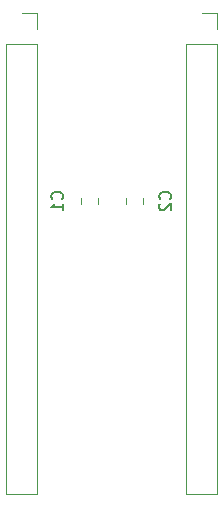
<source format=gbo>
G04 #@! TF.GenerationSoftware,KiCad,Pcbnew,5.1.7-a382d34a8~87~ubuntu18.04.1*
G04 #@! TF.CreationDate,2020-10-26T15:35:19+00:00*
G04 #@! TF.ProjectId,ram_adapter_4l,72616d5f-6164-4617-9074-65725f346c2e,rev?*
G04 #@! TF.SameCoordinates,Original*
G04 #@! TF.FileFunction,Legend,Bot*
G04 #@! TF.FilePolarity,Positive*
%FSLAX46Y46*%
G04 Gerber Fmt 4.6, Leading zero omitted, Abs format (unit mm)*
G04 Created by KiCad (PCBNEW 5.1.7-a382d34a8~87~ubuntu18.04.1) date 2020-10-26 15:35:19*
%MOMM*%
%LPD*%
G01*
G04 APERTURE LIST*
%ADD10C,0.120000*%
%ADD11C,0.150000*%
G04 APERTURE END LIST*
D10*
X105470000Y-105470000D02*
X102810000Y-105470000D01*
X105470000Y-67310000D02*
X105470000Y-105470000D01*
X102810000Y-67310000D02*
X102810000Y-105470000D01*
X105470000Y-67310000D02*
X102810000Y-67310000D01*
X105470000Y-66040000D02*
X105470000Y-64710000D01*
X105470000Y-64710000D02*
X104140000Y-64710000D01*
X90230000Y-105470000D02*
X87570000Y-105470000D01*
X90230000Y-67310000D02*
X90230000Y-105470000D01*
X87570000Y-67310000D02*
X87570000Y-105470000D01*
X90230000Y-67310000D02*
X87570000Y-67310000D01*
X90230000Y-66040000D02*
X90230000Y-64710000D01*
X90230000Y-64710000D02*
X88900000Y-64710000D01*
X97715000Y-80903578D02*
X97715000Y-80386422D01*
X99135000Y-80903578D02*
X99135000Y-80386422D01*
X95325000Y-80386422D02*
X95325000Y-80903578D01*
X93905000Y-80386422D02*
X93905000Y-80903578D01*
D11*
X101449142Y-80478333D02*
X101496761Y-80430714D01*
X101544380Y-80287857D01*
X101544380Y-80192619D01*
X101496761Y-80049761D01*
X101401523Y-79954523D01*
X101306285Y-79906904D01*
X101115809Y-79859285D01*
X100972952Y-79859285D01*
X100782476Y-79906904D01*
X100687238Y-79954523D01*
X100592000Y-80049761D01*
X100544380Y-80192619D01*
X100544380Y-80287857D01*
X100592000Y-80430714D01*
X100639619Y-80478333D01*
X100639619Y-80859285D02*
X100592000Y-80906904D01*
X100544380Y-81002142D01*
X100544380Y-81240238D01*
X100592000Y-81335476D01*
X100639619Y-81383095D01*
X100734857Y-81430714D01*
X100830095Y-81430714D01*
X100972952Y-81383095D01*
X101544380Y-80811666D01*
X101544380Y-81430714D01*
X92305142Y-80478333D02*
X92352761Y-80430714D01*
X92400380Y-80287857D01*
X92400380Y-80192619D01*
X92352761Y-80049761D01*
X92257523Y-79954523D01*
X92162285Y-79906904D01*
X91971809Y-79859285D01*
X91828952Y-79859285D01*
X91638476Y-79906904D01*
X91543238Y-79954523D01*
X91448000Y-80049761D01*
X91400380Y-80192619D01*
X91400380Y-80287857D01*
X91448000Y-80430714D01*
X91495619Y-80478333D01*
X92400380Y-81430714D02*
X92400380Y-80859285D01*
X92400380Y-81145000D02*
X91400380Y-81145000D01*
X91543238Y-81049761D01*
X91638476Y-80954523D01*
X91686095Y-80859285D01*
M02*

</source>
